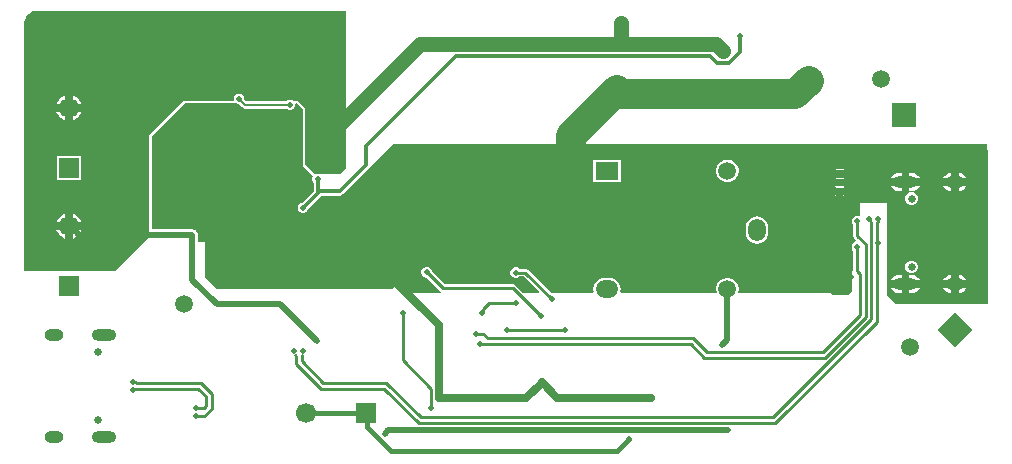
<source format=gbl>
G04*
G04 #@! TF.GenerationSoftware,Altium Limited,Altium Designer,23.11.1 (41)*
G04*
G04 Layer_Physical_Order=2*
G04 Layer_Color=16711680*
%FSLAX44Y44*%
%MOMM*%
G71*
G04*
G04 #@! TF.SameCoordinates,884342A8-4ED4-4568-BB5E-73BA217C2521*
G04*
G04*
G04 #@! TF.FilePolarity,Positive*
G04*
G01*
G75*
%ADD43C,1.5000*%
%ADD46C,0.2540*%
%ADD47C,0.5080*%
%ADD48C,0.3810*%
%ADD49C,0.6350*%
%ADD50C,0.3048*%
%ADD52C,1.2700*%
%ADD53C,0.2032*%
%ADD56R,2.0000X2.5000*%
%ADD59O,1.6000X1.0000*%
%ADD60C,0.6750*%
%ADD61O,2.1000X1.0000*%
%ADD62C,1.7000*%
%ADD63R,1.7000X1.7000*%
%ADD64R,1.7000X1.7000*%
%ADD65O,1.9000X1.5000*%
%ADD66R,1.9000X1.5000*%
%ADD67O,1.5000X1.9000*%
%ADD68P,2.9814X4X90.0*%
%ADD69R,2.1082X2.1082*%
%ADD70C,0.5000*%
%ADD71C,1.2000*%
%ADD72C,2.5400*%
%ADD73R,2.5000X3.2500*%
%ADD74R,1.5000X4.5000*%
G36*
X275500Y402500D02*
Y345500D01*
X270500Y340500D01*
X248500D01*
X240500Y348500D01*
Y396500D01*
X234500Y402500D01*
X230126D01*
X229961Y402665D01*
X228307Y403350D01*
X226517D01*
X224863Y402665D01*
X224698Y402500D01*
X190265D01*
X188986Y403779D01*
Y404825D01*
X188301Y406479D01*
X187035Y407745D01*
X185381Y408430D01*
X183591D01*
X181937Y407745D01*
X180671Y406479D01*
X179986Y404825D01*
Y403035D01*
X179629Y402500D01*
X137500D01*
X108000Y373000D01*
Y286740D01*
X79260Y258000D01*
X2539D01*
Y467800D01*
Y468850D01*
X2949Y470910D01*
X3752Y472850D01*
X4919Y474596D01*
X6404Y476081D01*
X8150Y477248D01*
X10090Y478051D01*
X12150Y478461D01*
X275500D01*
Y402500D01*
D02*
G37*
G36*
X181552Y400500D02*
X181937Y400115D01*
X183591Y399430D01*
X184637D01*
X187391Y396676D01*
X187392Y396676D01*
X188389Y396009D01*
X189566Y395775D01*
X189566Y395775D01*
X224123D01*
X224863Y395035D01*
X226517Y394350D01*
X228307D01*
X229961Y395035D01*
X231227Y396301D01*
X231912Y397955D01*
Y399745D01*
X232390Y400461D01*
X233655D01*
X238461Y395655D01*
Y348500D01*
X238461Y348500D01*
X238616Y347720D01*
X239058Y347058D01*
X239058Y347058D01*
X247058Y339058D01*
X247341Y338869D01*
X247383Y338445D01*
X246698Y336791D01*
Y335001D01*
X247383Y333347D01*
X247605Y333125D01*
Y325658D01*
X238070Y316123D01*
X237756D01*
X236102Y315438D01*
X234836Y314172D01*
X234151Y312518D01*
Y310728D01*
X234836Y309074D01*
X236102Y307808D01*
X237756Y307123D01*
X239546D01*
X241200Y307808D01*
X242466Y309074D01*
X243151Y310728D01*
Y311042D01*
X253739Y321629D01*
X254056Y322104D01*
X269740D01*
X271115Y322378D01*
X272281Y323157D01*
X314624Y365500D01*
X424094Y365500D01*
X424328Y365266D01*
X424424Y365500D01*
X703000Y365500D01*
D01*
X817413D01*
X817637Y364763D01*
X818185Y362005D01*
X818461Y359206D01*
Y357800D01*
Y230500D01*
X740500D01*
X733000Y238000D01*
Y315500D01*
X710500D01*
Y305308D01*
X709230Y304460D01*
X708785Y304644D01*
X706995D01*
X705341Y303959D01*
X704075Y302693D01*
X703390Y301039D01*
Y299249D01*
X704075Y297595D01*
X704556Y297114D01*
Y287952D01*
X704810Y286676D01*
X705533Y285595D01*
X706900Y284227D01*
X706413Y282918D01*
X705087Y282369D01*
X703821Y281103D01*
X703136Y279449D01*
Y277659D01*
X703821Y276005D01*
X704302Y275524D01*
Y259213D01*
X704105Y258441D01*
X703500Y258199D01*
Y240500D01*
X700500Y237500D01*
X687500D01*
X685379Y239621D01*
X685275Y239438D01*
X607924D01*
X607151Y240446D01*
X607500Y241749D01*
Y244251D01*
X606853Y246667D01*
X605602Y248833D01*
X603833Y250602D01*
X601667Y251853D01*
X599251Y252500D01*
X596749D01*
X594333Y251853D01*
X592167Y250602D01*
X590398Y248833D01*
X589147Y246667D01*
X588500Y244251D01*
Y241749D01*
X588849Y240446D01*
X588076Y239438D01*
X507950D01*
X507503Y240108D01*
X507280Y240708D01*
X507582Y243000D01*
X507256Y245480D01*
X506298Y247791D01*
X504776Y249775D01*
X502791Y251298D01*
X500480Y252255D01*
X498000Y252582D01*
X494000D01*
X491520Y252255D01*
X489209Y251298D01*
X487225Y249775D01*
X485702Y247791D01*
X484745Y245480D01*
X484418Y243000D01*
X484720Y240708D01*
X484497Y240108D01*
X484050Y239438D01*
X449189D01*
X429324Y259303D01*
X428242Y260026D01*
X426966Y260280D01*
X421798D01*
X421317Y260761D01*
X419664Y261446D01*
X417873D01*
X416219Y260761D01*
X414954Y259495D01*
X414268Y257841D01*
Y256051D01*
X414954Y254397D01*
X416219Y253131D01*
X417873Y252446D01*
X419664D01*
X421317Y253131D01*
X421798Y253612D01*
X425585D01*
X438586Y240611D01*
X438100Y239438D01*
X425313D01*
X418909Y245842D01*
X417828Y246564D01*
X416552Y246818D01*
X358497D01*
X347900Y257415D01*
Y258095D01*
X347215Y259749D01*
X345949Y261015D01*
X344295Y261700D01*
X342505D01*
X340851Y261015D01*
X339585Y259749D01*
X338900Y258095D01*
Y256305D01*
X339585Y254651D01*
X340851Y253385D01*
X342505Y252700D01*
X343185D01*
X354758Y241126D01*
X355385Y240708D01*
X354999Y239438D01*
X329176D01*
X320010Y248604D01*
X314406Y243000D01*
X165500D01*
X155500Y253000D01*
Y282618D01*
X149655Y282618D01*
Y288906D01*
X149526Y289554D01*
Y289801D01*
X149432Y290029D01*
X149303Y290677D01*
X148935Y291227D01*
X148841Y291455D01*
X148666Y291630D01*
X148299Y292179D01*
X147750Y292547D01*
X147575Y292721D01*
X147347Y292815D01*
X146797Y293183D01*
X146149Y293312D01*
X145921Y293406D01*
X145674D01*
X145026Y293535D01*
X110500D01*
X110500Y372616D01*
X138345Y400461D01*
X179629D01*
X179826Y400500D01*
X181552D01*
D02*
G37*
%LPC*%
G36*
X102325Y411953D02*
X101750Y411378D01*
X101175Y411953D01*
Y408000D01*
X98000D01*
Y404825D01*
X94047D01*
X94622Y404250D01*
X94047Y403675D01*
X98000D01*
Y397325D01*
X94047D01*
X94622Y396750D01*
X94047Y396175D01*
X98000D01*
Y393000D01*
X101175D01*
Y389047D01*
X101750Y389622D01*
X102325Y389047D01*
Y393000D01*
X105500D01*
Y396175D01*
X109453D01*
X108878Y396750D01*
X109453Y397325D01*
X105500D01*
Y403675D01*
X109453D01*
X108878Y404250D01*
X109453Y404825D01*
X105500D01*
Y408000D01*
X102325D01*
Y411953D01*
D02*
G37*
G36*
X108675D02*
Y411175D01*
X109453D01*
X108675Y411953D01*
D02*
G37*
G36*
X94825D02*
X94047Y411175D01*
X94825D01*
Y411953D01*
D02*
G37*
G36*
X43675Y406879D02*
Y399475D01*
X51079D01*
X50788Y400561D01*
X49334Y403079D01*
X47279Y405134D01*
X44761Y406588D01*
X43675Y406879D01*
D02*
G37*
G36*
X37325Y406879D02*
X36239Y406588D01*
X33721Y405134D01*
X31666Y403079D01*
X30212Y400561D01*
X29921Y399475D01*
X37325D01*
Y406879D01*
D02*
G37*
G36*
X109453Y389825D02*
X108675D01*
Y389047D01*
X109453Y389825D01*
D02*
G37*
G36*
X94825D02*
X94047D01*
X94825Y389047D01*
Y389825D01*
D02*
G37*
G36*
X51079Y393125D02*
X43675D01*
Y385721D01*
X44761Y386012D01*
X47279Y387466D01*
X49334Y389521D01*
X50788Y392039D01*
X51079Y393125D01*
D02*
G37*
G36*
X37325D02*
X29921D01*
X30212Y392039D01*
X31666Y389521D01*
X33721Y387466D01*
X36239Y386012D01*
X37325Y385721D01*
Y393125D01*
D02*
G37*
G36*
X51000Y356000D02*
X30000D01*
Y335000D01*
X51000D01*
Y356000D01*
D02*
G37*
G36*
X43675Y306879D02*
Y299475D01*
X51079D01*
X50788Y300561D01*
X49334Y303079D01*
X47279Y305134D01*
X44761Y306588D01*
X43675Y306879D01*
D02*
G37*
G36*
X37325Y306879D02*
X36239Y306588D01*
X33721Y305134D01*
X31666Y303079D01*
X30212Y300561D01*
X29921Y299475D01*
X37325D01*
Y306879D01*
D02*
G37*
G36*
X51079Y293125D02*
X43675D01*
Y285721D01*
X44761Y286012D01*
X47279Y287466D01*
X49334Y289521D01*
X50788Y292039D01*
X51079Y293125D01*
D02*
G37*
G36*
X37325D02*
X29921D01*
X30212Y292039D01*
X31666Y289521D01*
X33721Y287466D01*
X36239Y286012D01*
X37325Y285721D01*
Y293125D01*
D02*
G37*
G36*
X219825Y386953D02*
X219250Y386378D01*
X218675Y386953D01*
Y383000D01*
X212325D01*
Y386953D01*
X211750Y386378D01*
X211175Y386953D01*
Y383000D01*
X208000D01*
Y379825D01*
X204047D01*
X204622Y379250D01*
X204047Y378675D01*
X208000D01*
Y372325D01*
X204047D01*
X204622Y371750D01*
X204047Y371175D01*
X208000D01*
Y364825D01*
X204047D01*
X204622Y364250D01*
X204047Y363675D01*
X208000D01*
Y360500D01*
X211175D01*
Y356547D01*
X211750Y357122D01*
X212325Y356547D01*
Y360500D01*
X218675D01*
Y356547D01*
X219250Y357122D01*
X219825Y356547D01*
Y360500D01*
X223000D01*
Y363675D01*
X226953D01*
X226378Y364250D01*
X226953Y364825D01*
X223000D01*
Y371175D01*
X226953D01*
X226378Y371750D01*
X226953Y372325D01*
X223000D01*
Y378675D01*
X226953D01*
X226378Y379250D01*
X226953Y379825D01*
X223000D01*
Y383000D01*
X219825D01*
Y386953D01*
D02*
G37*
G36*
X226175D02*
Y386175D01*
X226953D01*
X226175Y386953D01*
D02*
G37*
G36*
X204825D02*
X204047Y386175D01*
X204825D01*
Y386953D01*
D02*
G37*
G36*
X226953Y357325D02*
X226175D01*
Y356547D01*
X226953Y357325D01*
D02*
G37*
G36*
X204825D02*
X204047D01*
X204825Y356547D01*
Y357325D01*
D02*
G37*
G36*
X696175Y351953D02*
Y351175D01*
X696953D01*
X696175Y351953D01*
D02*
G37*
G36*
X689825D02*
X689047Y351175D01*
X689825D01*
Y351953D01*
D02*
G37*
G36*
X696953Y344825D02*
X689047D01*
X689622Y344250D01*
X689047Y343675D01*
X696953D01*
X696378Y344250D01*
X696953Y344825D01*
D02*
G37*
G36*
X793675Y341282D02*
Y336875D01*
X800346D01*
X800086Y337502D01*
X798877Y339077D01*
X797302Y340286D01*
X795468Y341046D01*
X793675Y341282D01*
D02*
G37*
G36*
X787325D02*
X785531Y341046D01*
X783697Y340286D01*
X782122Y339077D01*
X780914Y337502D01*
X780654Y336875D01*
X787325D01*
Y341282D01*
D02*
G37*
G36*
X754200Y341305D02*
X751875D01*
Y336875D01*
X761046D01*
X760786Y337502D01*
X759577Y339077D01*
X758002Y340286D01*
X756168Y341046D01*
X754200Y341305D01*
D02*
G37*
G36*
X745525D02*
X743200D01*
X741232Y341046D01*
X739397Y340286D01*
X737822Y339077D01*
X736614Y337502D01*
X736354Y336875D01*
X745525D01*
Y341305D01*
D02*
G37*
G36*
X696953Y337325D02*
X689047D01*
X689622Y336750D01*
X689047Y336175D01*
X696953D01*
X696378Y336750D01*
X696953Y337325D01*
D02*
G37*
G36*
X599251Y352500D02*
X596749D01*
X594333Y351853D01*
X592167Y350602D01*
X590398Y348833D01*
X589147Y346667D01*
X588500Y344251D01*
Y341749D01*
X589147Y339333D01*
X590398Y337167D01*
X592167Y335398D01*
X594333Y334147D01*
X596749Y333500D01*
X599251D01*
X601667Y334147D01*
X603833Y335398D01*
X605602Y337167D01*
X606853Y339333D01*
X607500Y341749D01*
Y344251D01*
X606853Y346667D01*
X605602Y348833D01*
X603833Y350602D01*
X601667Y351853D01*
X599251Y352500D01*
D02*
G37*
G36*
X507500D02*
X484500D01*
Y333500D01*
X507500D01*
Y352500D01*
D02*
G37*
G36*
X696953Y329825D02*
X689047D01*
X689622Y329250D01*
X689047Y328675D01*
X696953D01*
X696378Y329250D01*
X696953Y329825D01*
D02*
G37*
G36*
X800346Y330525D02*
X793675D01*
Y326118D01*
X795468Y326354D01*
X797302Y327114D01*
X798877Y328322D01*
X800086Y329897D01*
X800346Y330525D01*
D02*
G37*
G36*
X787325D02*
X780654D01*
X780914Y329897D01*
X782122Y328322D01*
X783697Y327114D01*
X785531Y326354D01*
X787325Y326118D01*
Y330525D01*
D02*
G37*
G36*
X761046Y330525D02*
X751875D01*
Y326095D01*
X754200D01*
X756168Y326354D01*
X758002Y327114D01*
X759577Y328322D01*
X760786Y329897D01*
X761046Y330525D01*
D02*
G37*
G36*
X745525D02*
X736354D01*
X736614Y329897D01*
X737822Y328322D01*
X739397Y327114D01*
X741232Y326354D01*
X743200Y326095D01*
X745525D01*
Y330525D01*
D02*
G37*
G36*
X696953Y322325D02*
X696175D01*
Y321547D01*
X696953Y322325D01*
D02*
G37*
G36*
X689825D02*
X689047D01*
X689825Y321547D01*
Y322325D01*
D02*
G37*
G36*
X755069Y324774D02*
X752931D01*
X750955Y323956D01*
X749443Y322444D01*
X748625Y320468D01*
Y318330D01*
X749443Y316354D01*
X750955Y314842D01*
X752931Y314024D01*
X755069D01*
X757045Y314842D01*
X758557Y316354D01*
X759375Y318330D01*
Y320468D01*
X758557Y322444D01*
X757045Y323956D01*
X755069Y324774D01*
D02*
G37*
G36*
X623000Y304582D02*
X620520Y304255D01*
X618209Y303298D01*
X616225Y301775D01*
X614702Y299791D01*
X613745Y297480D01*
X613418Y295000D01*
Y291000D01*
X613745Y288520D01*
X614702Y286209D01*
X616225Y284225D01*
X618209Y282702D01*
X620520Y281744D01*
X623000Y281418D01*
X625480Y281744D01*
X627791Y282702D01*
X629775Y284225D01*
X631298Y286209D01*
X632256Y288520D01*
X632582Y291000D01*
Y295000D01*
X632256Y297480D01*
X631298Y299791D01*
X629775Y301775D01*
X627791Y303298D01*
X625480Y304255D01*
X623000Y304582D01*
D02*
G37*
G36*
X755069Y266976D02*
X752931D01*
X750955Y266157D01*
X749443Y264646D01*
X748625Y262670D01*
Y260532D01*
X749443Y258556D01*
X750955Y257044D01*
X752931Y256226D01*
X755069D01*
X757045Y257044D01*
X758557Y258556D01*
X759375Y260532D01*
Y262670D01*
X758557Y264646D01*
X757045Y266157D01*
X755069Y266976D01*
D02*
G37*
G36*
X754200Y254905D02*
X751875D01*
Y250475D01*
X761046D01*
X760786Y251103D01*
X759577Y252678D01*
X758002Y253886D01*
X756168Y254646D01*
X754200Y254905D01*
D02*
G37*
G36*
X745525D02*
X743200D01*
X741232Y254646D01*
X739397Y253886D01*
X737822Y252678D01*
X736614Y251103D01*
X736354Y250475D01*
X745525D01*
Y254905D01*
D02*
G37*
G36*
X793675Y254882D02*
Y250475D01*
X800346D01*
X800086Y251103D01*
X798877Y252678D01*
X797302Y253886D01*
X795468Y254646D01*
X793675Y254882D01*
D02*
G37*
G36*
X787325D02*
X785531Y254646D01*
X783697Y253886D01*
X782122Y252678D01*
X780914Y251103D01*
X780654Y250475D01*
X787325D01*
Y254882D01*
D02*
G37*
G36*
X800346Y244125D02*
X793675D01*
Y239718D01*
X795468Y239954D01*
X797302Y240714D01*
X798877Y241922D01*
X800086Y243498D01*
X800346Y244125D01*
D02*
G37*
G36*
X787325D02*
X780654D01*
X780914Y243498D01*
X782122Y241922D01*
X783697Y240714D01*
X785531Y239954D01*
X787325Y239718D01*
Y244125D01*
D02*
G37*
G36*
X761046Y244125D02*
X751875D01*
Y239695D01*
X754200D01*
X756168Y239954D01*
X758002Y240714D01*
X759577Y241922D01*
X760786Y243498D01*
X761046Y244125D01*
D02*
G37*
G36*
X745525D02*
X736354D01*
X736614Y243498D01*
X737822Y241922D01*
X739397Y240714D01*
X741232Y239954D01*
X743200Y239695D01*
X745525D01*
Y244125D01*
D02*
G37*
%LPD*%
D43*
X138000Y230500D02*
D03*
X752594Y193464D02*
D03*
X728000Y420500D02*
D03*
X598000Y243000D02*
D03*
Y343000D02*
D03*
D46*
X232656Y179748D02*
Y186606D01*
X237736Y181852D02*
X255918Y163670D01*
X232167Y187095D02*
X232656Y186606D01*
X724734Y215246D02*
Y299513D01*
X232656Y179748D02*
X253814Y158590D01*
X237736Y181852D02*
Y186606D01*
X323000Y182604D02*
Y223000D01*
X338574Y134282D02*
X636586D01*
X719654Y217350D01*
X336470Y129202D02*
X638691D01*
X724734Y215246D01*
X309186Y163670D02*
X338574Y134282D01*
X307082Y158590D02*
X336470Y129202D01*
X155116Y135156D02*
X161536Y141576D01*
X154932Y142156D02*
X156456Y143680D01*
X148328Y135156D02*
X155116D01*
X148328Y142156D02*
X154932D01*
X161536Y141576D02*
Y154420D01*
X156456Y143680D02*
Y152316D01*
X150162Y158610D02*
X156456Y152316D01*
X97618Y163690D02*
X152266D01*
X161536Y154420D01*
X97618Y158610D02*
X150162D01*
X97128Y158121D02*
X97618Y158610D01*
X94734Y164650D02*
X95205Y164179D01*
X97128D01*
X97618Y163690D01*
X94734Y157650D02*
X95205Y158121D01*
X97128D01*
X718623Y300840D02*
Y301977D01*
Y300840D02*
X719654Y299809D01*
Y217350D02*
Y299809D01*
X255918Y163670D02*
X309186D01*
X237736Y186606D02*
X238225Y187095D01*
X725258Y300036D02*
Y301760D01*
X725728Y302231D01*
X724734Y299513D02*
X725258Y300036D01*
X253814Y158590D02*
X307082D01*
X715114Y219230D02*
Y280728D01*
X707890Y287952D02*
X715114Y280728D01*
X707636Y258520D02*
X710574Y255582D01*
X707636Y258520D02*
Y278554D01*
X710574Y221111D02*
Y255582D01*
X678895Y189432D02*
X710574Y221111D01*
X680776Y184892D02*
X715114Y219230D01*
X707890Y287952D02*
Y300144D01*
X347369Y141979D02*
Y158235D01*
Y141979D02*
X347464Y141884D01*
X568698Y201084D02*
X580350Y189432D01*
X678895D01*
X566938Y196240D02*
X578286Y184892D01*
X680776D01*
X391424Y204622D02*
X394962Y201084D01*
X385056Y204622D02*
X391424D01*
X394962Y201084D02*
X568698D01*
X388296Y196240D02*
X566938D01*
X323000Y182604D02*
X347369Y158235D01*
X390971Y223471D02*
Y225777D01*
X396486Y231292D01*
X390500Y223000D02*
X390971Y223471D01*
X411472Y208686D02*
X460494D01*
X396486Y231292D02*
X418838D01*
X460494Y208686D02*
X460748Y208432D01*
X418769Y256946D02*
X426966D01*
X449318Y234594D01*
X357116Y243484D02*
X416552D01*
X343400Y257200D02*
X357116Y243484D01*
X416552D02*
X439920Y220116D01*
D47*
X165600Y230022D02*
X219212D01*
X250182Y199052D01*
X307848Y120528D02*
X310712Y123392D01*
X598924D01*
X593590Y195242D02*
X598000Y199652D01*
Y243000D01*
X49436Y288906D02*
X145026D01*
X40500Y296300D02*
X42042D01*
X49436Y288906D01*
X145026Y250596D02*
X165600Y230022D01*
X145026Y250596D02*
Y288906D01*
D48*
X313174Y106088D02*
X504182D01*
X514342Y116248D01*
X241060Y138000D02*
X291860D01*
X293245Y126017D02*
X313174Y106088D01*
X293245Y126017D02*
Y131405D01*
D49*
X454070Y150500D02*
X533000D01*
X440682Y163888D02*
X454070Y150500D01*
X353814Y150520D02*
Y212496D01*
X440682Y163728D02*
Y163888D01*
X427474Y150520D02*
X440682Y163728D01*
X353814Y150520D02*
X427474D01*
X311904Y254406D02*
X353814Y212496D01*
D50*
X251198Y324170D02*
Y325697D01*
X238651Y311623D02*
X251198Y324170D01*
X599640Y434542D02*
X609084Y443986D01*
Y457116D01*
X589503Y434542D02*
X599640D01*
X251198Y325697D02*
X269740D01*
X291838Y347795D01*
Y364152D01*
X368324Y440638D01*
X583407D01*
X589503Y434542D01*
X251198Y325697D02*
Y335896D01*
D52*
X508000Y450512D02*
Y468000D01*
Y450512D02*
X588256D01*
X337830D02*
X508000D01*
X266468Y379150D02*
X337830Y450512D01*
X588256D02*
X594352Y444416D01*
X263788Y378788D02*
X264150Y379150D01*
X263788Y376470D02*
Y378788D01*
X264150Y379150D02*
X266468D01*
D53*
X189566Y398850D02*
X227412D01*
X184486Y403930D02*
X189566Y398850D01*
D56*
X103000Y400500D02*
D03*
D59*
X790500Y333700D02*
D03*
Y247300D02*
D03*
X28248Y117792D02*
D03*
Y204192D02*
D03*
D60*
X754000Y319399D02*
D03*
Y261601D02*
D03*
X64748Y132093D02*
D03*
Y189891D02*
D03*
D61*
X748700Y333700D02*
D03*
Y247300D02*
D03*
X70048Y117792D02*
D03*
Y204192D02*
D03*
D62*
X241060Y138000D02*
D03*
X40500Y396300D02*
D03*
Y296300D02*
D03*
D63*
X291860Y138000D02*
D03*
D64*
X40500Y345500D02*
D03*
Y245500D02*
D03*
D65*
X496000Y243000D02*
D03*
D66*
Y343000D02*
D03*
D67*
X623000Y293000D02*
D03*
D68*
X790500Y208000D02*
D03*
D69*
X747500Y390500D02*
D03*
D70*
X250182Y199052D02*
D03*
X238696Y190162D02*
D03*
X231379Y190282D02*
D03*
X533000Y150500D02*
D03*
X598924Y123392D02*
D03*
X514342Y116248D02*
D03*
X323000Y223000D02*
D03*
X148328Y135156D02*
D03*
Y142156D02*
D03*
X94734Y164650D02*
D03*
X718153Y301977D02*
D03*
X94734Y157650D02*
D03*
X725728Y302231D02*
D03*
X725670Y281602D02*
D03*
X307848Y120528D02*
D03*
X238651Y311623D02*
D03*
X208000Y383000D02*
D03*
Y375500D02*
D03*
Y368000D02*
D03*
Y360500D02*
D03*
X215500D02*
D03*
Y368000D02*
D03*
Y375500D02*
D03*
Y383000D02*
D03*
X223000Y360500D02*
D03*
Y368000D02*
D03*
Y375500D02*
D03*
Y383000D02*
D03*
X703000Y253000D02*
D03*
X695500D02*
D03*
X690500Y243000D02*
D03*
X698000D02*
D03*
X347464Y141884D02*
D03*
X707890Y300144D02*
D03*
X707636Y278554D02*
D03*
X693000Y348000D02*
D03*
Y340500D02*
D03*
Y333000D02*
D03*
Y325500D02*
D03*
X508000Y468000D02*
D03*
X609084Y457116D02*
D03*
X668000Y418000D02*
D03*
Y428000D02*
D03*
X593590Y195242D02*
D03*
X594352Y444416D02*
D03*
X440682Y163888D02*
D03*
X354322Y212242D02*
D03*
X353814Y150520D02*
D03*
X388296Y196240D02*
D03*
X385056Y204622D02*
D03*
X390500Y223000D02*
D03*
X411472Y208686D02*
D03*
X405500Y360500D02*
D03*
X420500D02*
D03*
X413000D02*
D03*
X405500Y353000D02*
D03*
X420500D02*
D03*
X413000D02*
D03*
X163000Y268000D02*
D03*
Y253000D02*
D03*
Y260500D02*
D03*
X173000Y268000D02*
D03*
Y253000D02*
D03*
Y260500D02*
D03*
X98000Y408000D02*
D03*
Y393000D02*
D03*
Y400500D02*
D03*
X105500Y408000D02*
D03*
Y393000D02*
D03*
Y400500D02*
D03*
X460748Y208432D02*
D03*
X449318Y234594D02*
D03*
X343400Y257200D02*
D03*
X439920Y220116D02*
D03*
X418769Y256946D02*
D03*
X418838Y231292D02*
D03*
X251198Y335896D02*
D03*
X145026Y288906D02*
D03*
X263788Y353970D02*
D03*
Y368970D02*
D03*
Y361470D02*
D03*
Y346470D02*
D03*
X184486Y403930D02*
D03*
X263788Y376470D02*
D03*
X227412Y398850D02*
D03*
D71*
X504182Y411142D02*
D03*
D72*
X465500Y353000D02*
Y372460D01*
X504182Y411142D01*
X507428Y407896D02*
X655500D01*
X504182Y411142D02*
X507428Y407896D01*
X655500D02*
X666802Y419198D01*
D73*
X215500Y371750D02*
D03*
D74*
X263000Y363000D02*
D03*
M02*

</source>
